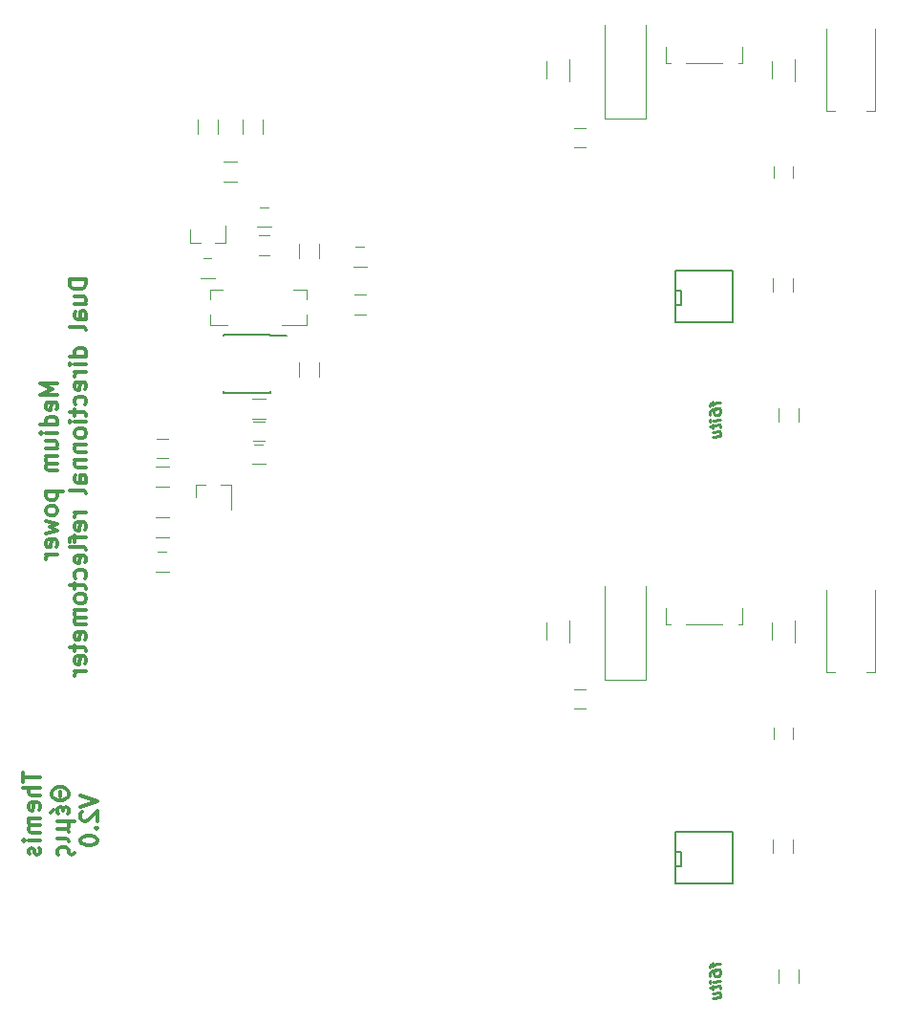
<source format=gbo>
G04 #@! TF.GenerationSoftware,KiCad,Pcbnew,(5.1.5)-3*
G04 #@! TF.CreationDate,2021-12-07T14:22:12+01:00*
G04 #@! TF.ProjectId,dual_ocxo_themis,6475616c-5f6f-4637-986f-5f7468656d69,rev?*
G04 #@! TF.SameCoordinates,Original*
G04 #@! TF.FileFunction,Legend,Bot*
G04 #@! TF.FilePolarity,Positive*
%FSLAX46Y46*%
G04 Gerber Fmt 4.6, Leading zero omitted, Abs format (unit mm)*
G04 Created by KiCad (PCBNEW (5.1.5)-3) date 2021-12-07 14:22:12*
%MOMM*%
%LPD*%
G04 APERTURE LIST*
%ADD10C,0.250000*%
%ADD11C,0.300000*%
%ADD12C,0.120000*%
%ADD13C,0.150000*%
%ADD14C,5.900000*%
%ADD15R,2.000000X2.400000*%
%ADD16R,1.900000X1.650000*%
%ADD17R,1.650000X1.900000*%
%ADD18R,2.900000X4.150000*%
%ADD19R,3.000000X2.400000*%
%ADD20O,3.000000X2.400000*%
%ADD21C,2.398980*%
%ADD22C,2.899360*%
%ADD23C,2.900000*%
%ADD24R,1.700000X1.900000*%
%ADD25C,2.200000*%
%ADD26R,2.400000X3.900000*%
%ADD27R,7.400000X7.400000*%
%ADD28R,0.908000X1.543000*%
%ADD29C,1.840000*%
%ADD30R,2.700000X3.900000*%
%ADD31C,3.400000*%
%ADD32R,4.400000X4.400000*%
%ADD33C,4.000000*%
%ADD34R,5.000000X5.000000*%
%ADD35R,1.900000X1.700000*%
%ADD36C,6.000000*%
%ADD37C,3.700000*%
%ADD38R,1.200000X1.300000*%
%ADD39R,1.300000X1.200000*%
%ADD40R,1.950000X1.000000*%
%ADD41C,0.254000*%
G04 APERTURE END LIST*
D10*
X107785714Y-88332366D02*
X107785714Y-88713318D01*
X108452380Y-88391889D02*
X107595238Y-88499032D01*
X107500000Y-88558556D01*
X107452380Y-88659747D01*
X107452380Y-88754985D01*
X107452380Y-89516889D02*
X107452380Y-89326413D01*
X107500000Y-89225223D01*
X107547619Y-89171651D01*
X107690476Y-89058556D01*
X107880952Y-88987127D01*
X108261904Y-88939508D01*
X108357142Y-88975223D01*
X108404761Y-89016889D01*
X108452380Y-89106175D01*
X108452380Y-89296651D01*
X108404761Y-89397842D01*
X108357142Y-89451413D01*
X108261904Y-89510937D01*
X108023809Y-89540699D01*
X107928571Y-89504985D01*
X107880952Y-89463318D01*
X107833333Y-89374032D01*
X107833333Y-89183556D01*
X107880952Y-89082366D01*
X107928571Y-89028794D01*
X108023809Y-88969270D01*
X108452380Y-89915699D02*
X107785714Y-89999032D01*
X107452380Y-90040699D02*
X107500000Y-89987127D01*
X107547619Y-90028794D01*
X107500000Y-90082366D01*
X107452380Y-90040699D01*
X107547619Y-90028794D01*
X107785714Y-90332366D02*
X107785714Y-90713318D01*
X107452380Y-90516889D02*
X108309523Y-90409747D01*
X108404761Y-90445461D01*
X108452380Y-90534747D01*
X108452380Y-90629985D01*
X107785714Y-91475223D02*
X108452380Y-91391889D01*
X107785714Y-91046651D02*
X108309523Y-90981175D01*
X108404761Y-91016889D01*
X108452380Y-91106175D01*
X108452380Y-91249032D01*
X108404761Y-91350223D01*
X108357142Y-91403794D01*
X107785714Y-138032366D02*
X107785714Y-138413318D01*
X108452380Y-138091889D02*
X107595238Y-138199032D01*
X107500000Y-138258556D01*
X107452380Y-138359747D01*
X107452380Y-138454985D01*
X107452380Y-139216889D02*
X107452380Y-139026413D01*
X107500000Y-138925223D01*
X107547619Y-138871651D01*
X107690476Y-138758556D01*
X107880952Y-138687127D01*
X108261904Y-138639508D01*
X108357142Y-138675223D01*
X108404761Y-138716889D01*
X108452380Y-138806175D01*
X108452380Y-138996651D01*
X108404761Y-139097842D01*
X108357142Y-139151413D01*
X108261904Y-139210937D01*
X108023809Y-139240699D01*
X107928571Y-139204985D01*
X107880952Y-139163318D01*
X107833333Y-139074032D01*
X107833333Y-138883556D01*
X107880952Y-138782366D01*
X107928571Y-138728794D01*
X108023809Y-138669270D01*
X108452380Y-139615699D02*
X107785714Y-139699032D01*
X107452380Y-139740699D02*
X107500000Y-139687127D01*
X107547619Y-139728794D01*
X107500000Y-139782366D01*
X107452380Y-139740699D01*
X107547619Y-139728794D01*
X107785714Y-140032366D02*
X107785714Y-140413318D01*
X107452380Y-140216889D02*
X108309523Y-140109747D01*
X108404761Y-140145461D01*
X108452380Y-140234747D01*
X108452380Y-140329985D01*
X107785714Y-141175223D02*
X108452380Y-141091889D01*
X107785714Y-140746651D02*
X108309523Y-140681175D01*
X108404761Y-140716889D01*
X108452380Y-140806175D01*
X108452380Y-140949032D01*
X108404761Y-141050223D01*
X108357142Y-141103794D01*
D11*
X46628571Y-121214285D02*
X46628571Y-122071428D01*
X48128571Y-121642857D02*
X46628571Y-121642857D01*
X48128571Y-122571428D02*
X46628571Y-122571428D01*
X48128571Y-123214285D02*
X47342857Y-123214285D01*
X47200000Y-123142857D01*
X47128571Y-123000000D01*
X47128571Y-122785714D01*
X47200000Y-122642857D01*
X47271428Y-122571428D01*
X48057142Y-124500000D02*
X48128571Y-124357142D01*
X48128571Y-124071428D01*
X48057142Y-123928571D01*
X47914285Y-123857142D01*
X47342857Y-123857142D01*
X47200000Y-123928571D01*
X47128571Y-124071428D01*
X47128571Y-124357142D01*
X47200000Y-124500000D01*
X47342857Y-124571428D01*
X47485714Y-124571428D01*
X47628571Y-123857142D01*
X48128571Y-125214285D02*
X47128571Y-125214285D01*
X47271428Y-125214285D02*
X47200000Y-125285714D01*
X47128571Y-125428571D01*
X47128571Y-125642857D01*
X47200000Y-125785714D01*
X47342857Y-125857142D01*
X48128571Y-125857142D01*
X47342857Y-125857142D02*
X47200000Y-125928571D01*
X47128571Y-126071428D01*
X47128571Y-126285714D01*
X47200000Y-126428571D01*
X47342857Y-126500000D01*
X48128571Y-126500000D01*
X48128571Y-127214285D02*
X47128571Y-127214285D01*
X46628571Y-127214285D02*
X46700000Y-127142857D01*
X46771428Y-127214285D01*
X46700000Y-127285714D01*
X46628571Y-127214285D01*
X46771428Y-127214285D01*
X48057142Y-127857142D02*
X48128571Y-128000000D01*
X48128571Y-128285714D01*
X48057142Y-128428571D01*
X47914285Y-128500000D01*
X47842857Y-128500000D01*
X47700000Y-128428571D01*
X47628571Y-128285714D01*
X47628571Y-128071428D01*
X47557142Y-127928571D01*
X47414285Y-127857142D01*
X47342857Y-127857142D01*
X47200000Y-127928571D01*
X47128571Y-128071428D01*
X47128571Y-128285714D01*
X47200000Y-128428571D01*
X49892857Y-122857142D02*
X49892857Y-123285714D01*
X49178571Y-122928571D02*
X49178571Y-123214285D01*
X49250000Y-123357142D01*
X49392857Y-123500000D01*
X49535714Y-123571428D01*
X49750000Y-123642857D01*
X50107142Y-123642857D01*
X50321428Y-123571428D01*
X50464285Y-123500000D01*
X50607142Y-123357142D01*
X50678571Y-123214285D01*
X50678571Y-122928571D01*
X50607142Y-122785714D01*
X50464285Y-122642857D01*
X50321428Y-122571428D01*
X50107142Y-122500000D01*
X49750000Y-122500000D01*
X49535714Y-122571428D01*
X49392857Y-122642857D01*
X49250000Y-122785714D01*
X49178571Y-122928571D01*
X50178571Y-124428571D02*
X50250000Y-124285714D01*
X50392857Y-124214285D01*
X50464285Y-124214285D01*
X50607142Y-124285714D01*
X50678571Y-124428571D01*
X50678571Y-124714285D01*
X50607142Y-124857142D01*
X50178571Y-124571428D02*
X50178571Y-124428571D01*
X50107142Y-124285714D01*
X49964285Y-124214285D01*
X49892857Y-124214285D01*
X49750000Y-124285714D01*
X49678571Y-124428571D01*
X49678571Y-124714285D01*
X49750000Y-124857142D01*
X49107142Y-124714285D02*
X49321428Y-124500000D01*
X49678571Y-125500000D02*
X51178571Y-125500000D01*
X50464285Y-126214285D02*
X50607142Y-126285714D01*
X50678571Y-126428571D01*
X50464285Y-125500000D02*
X50607142Y-125571428D01*
X50678571Y-125714285D01*
X50678571Y-126000000D01*
X50607142Y-126142857D01*
X50464285Y-126214285D01*
X49678571Y-126214285D01*
X49678571Y-127071428D02*
X50464285Y-127071428D01*
X50607142Y-127142857D01*
X50678571Y-127285714D01*
X49750000Y-128500000D02*
X49678571Y-128357142D01*
X49678571Y-128071428D01*
X49750000Y-127928571D01*
X49821428Y-127857142D01*
X49964285Y-127785714D01*
X50392857Y-127785714D01*
X50535714Y-127857142D01*
X50607142Y-127928571D01*
X50678571Y-128071428D01*
X50678571Y-128285714D01*
X50750000Y-128428571D01*
X50892857Y-128500000D01*
X50964285Y-128500000D01*
X51107142Y-128428571D01*
X51178571Y-128285714D01*
X51728571Y-123214285D02*
X53228571Y-123714285D01*
X51728571Y-124214285D01*
X51871428Y-124642857D02*
X51800000Y-124714285D01*
X51728571Y-124857142D01*
X51728571Y-125214285D01*
X51800000Y-125357142D01*
X51871428Y-125428571D01*
X52014285Y-125500000D01*
X52157142Y-125500000D01*
X52371428Y-125428571D01*
X53228571Y-124571428D01*
X53228571Y-125500000D01*
X53085714Y-126142857D02*
X53157142Y-126214285D01*
X53228571Y-126142857D01*
X53157142Y-126071428D01*
X53085714Y-126142857D01*
X53228571Y-126142857D01*
X51728571Y-127142857D02*
X51728571Y-127285714D01*
X51800000Y-127428571D01*
X51871428Y-127500000D01*
X52014285Y-127571428D01*
X52300000Y-127642857D01*
X52657142Y-127642857D01*
X52942857Y-127571428D01*
X53085714Y-127500000D01*
X53157142Y-127428571D01*
X53228571Y-127285714D01*
X53228571Y-127142857D01*
X53157142Y-127000000D01*
X53085714Y-126928571D01*
X52942857Y-126857142D01*
X52657142Y-126785714D01*
X52300000Y-126785714D01*
X52014285Y-126857142D01*
X51871428Y-126928571D01*
X51800000Y-127000000D01*
X51728571Y-127142857D01*
X49678571Y-86750000D02*
X48178571Y-86750000D01*
X49250000Y-87250000D01*
X48178571Y-87750000D01*
X49678571Y-87750000D01*
X49607142Y-89035714D02*
X49678571Y-88892857D01*
X49678571Y-88607142D01*
X49607142Y-88464285D01*
X49464285Y-88392857D01*
X48892857Y-88392857D01*
X48750000Y-88464285D01*
X48678571Y-88607142D01*
X48678571Y-88892857D01*
X48750000Y-89035714D01*
X48892857Y-89107142D01*
X49035714Y-89107142D01*
X49178571Y-88392857D01*
X49678571Y-90392857D02*
X48178571Y-90392857D01*
X49607142Y-90392857D02*
X49678571Y-90250000D01*
X49678571Y-89964285D01*
X49607142Y-89821428D01*
X49535714Y-89750000D01*
X49392857Y-89678571D01*
X48964285Y-89678571D01*
X48821428Y-89750000D01*
X48750000Y-89821428D01*
X48678571Y-89964285D01*
X48678571Y-90250000D01*
X48750000Y-90392857D01*
X49678571Y-91107142D02*
X48678571Y-91107142D01*
X48178571Y-91107142D02*
X48250000Y-91035714D01*
X48321428Y-91107142D01*
X48250000Y-91178571D01*
X48178571Y-91107142D01*
X48321428Y-91107142D01*
X48678571Y-92464285D02*
X49678571Y-92464285D01*
X48678571Y-91821428D02*
X49464285Y-91821428D01*
X49607142Y-91892857D01*
X49678571Y-92035714D01*
X49678571Y-92250000D01*
X49607142Y-92392857D01*
X49535714Y-92464285D01*
X49678571Y-93178571D02*
X48678571Y-93178571D01*
X48821428Y-93178571D02*
X48750000Y-93250000D01*
X48678571Y-93392857D01*
X48678571Y-93607142D01*
X48750000Y-93750000D01*
X48892857Y-93821428D01*
X49678571Y-93821428D01*
X48892857Y-93821428D02*
X48750000Y-93892857D01*
X48678571Y-94035714D01*
X48678571Y-94250000D01*
X48750000Y-94392857D01*
X48892857Y-94464285D01*
X49678571Y-94464285D01*
X48678571Y-96321428D02*
X50178571Y-96321428D01*
X48750000Y-96321428D02*
X48678571Y-96464285D01*
X48678571Y-96750000D01*
X48750000Y-96892857D01*
X48821428Y-96964285D01*
X48964285Y-97035714D01*
X49392857Y-97035714D01*
X49535714Y-96964285D01*
X49607142Y-96892857D01*
X49678571Y-96750000D01*
X49678571Y-96464285D01*
X49607142Y-96321428D01*
X49678571Y-97892857D02*
X49607142Y-97750000D01*
X49535714Y-97678571D01*
X49392857Y-97607142D01*
X48964285Y-97607142D01*
X48821428Y-97678571D01*
X48750000Y-97750000D01*
X48678571Y-97892857D01*
X48678571Y-98107142D01*
X48750000Y-98250000D01*
X48821428Y-98321428D01*
X48964285Y-98392857D01*
X49392857Y-98392857D01*
X49535714Y-98321428D01*
X49607142Y-98250000D01*
X49678571Y-98107142D01*
X49678571Y-97892857D01*
X48678571Y-98892857D02*
X49678571Y-99178571D01*
X48964285Y-99464285D01*
X49678571Y-99750000D01*
X48678571Y-100035714D01*
X49607142Y-101178571D02*
X49678571Y-101035714D01*
X49678571Y-100750000D01*
X49607142Y-100607142D01*
X49464285Y-100535714D01*
X48892857Y-100535714D01*
X48750000Y-100607142D01*
X48678571Y-100750000D01*
X48678571Y-101035714D01*
X48750000Y-101178571D01*
X48892857Y-101250000D01*
X49035714Y-101250000D01*
X49178571Y-100535714D01*
X49678571Y-101892857D02*
X48678571Y-101892857D01*
X48964285Y-101892857D02*
X48821428Y-101964285D01*
X48750000Y-102035714D01*
X48678571Y-102178571D01*
X48678571Y-102321428D01*
X52228571Y-77535714D02*
X50728571Y-77535714D01*
X50728571Y-77892857D01*
X50800000Y-78107142D01*
X50942857Y-78250000D01*
X51085714Y-78321428D01*
X51371428Y-78392857D01*
X51585714Y-78392857D01*
X51871428Y-78321428D01*
X52014285Y-78250000D01*
X52157142Y-78107142D01*
X52228571Y-77892857D01*
X52228571Y-77535714D01*
X51228571Y-79678571D02*
X52228571Y-79678571D01*
X51228571Y-79035714D02*
X52014285Y-79035714D01*
X52157142Y-79107142D01*
X52228571Y-79250000D01*
X52228571Y-79464285D01*
X52157142Y-79607142D01*
X52085714Y-79678571D01*
X52228571Y-81035714D02*
X51442857Y-81035714D01*
X51300000Y-80964285D01*
X51228571Y-80821428D01*
X51228571Y-80535714D01*
X51300000Y-80392857D01*
X52157142Y-81035714D02*
X52228571Y-80892857D01*
X52228571Y-80535714D01*
X52157142Y-80392857D01*
X52014285Y-80321428D01*
X51871428Y-80321428D01*
X51728571Y-80392857D01*
X51657142Y-80535714D01*
X51657142Y-80892857D01*
X51585714Y-81035714D01*
X52228571Y-81964285D02*
X52157142Y-81821428D01*
X52014285Y-81750000D01*
X50728571Y-81750000D01*
X52228571Y-84321428D02*
X50728571Y-84321428D01*
X52157142Y-84321428D02*
X52228571Y-84178571D01*
X52228571Y-83892857D01*
X52157142Y-83750000D01*
X52085714Y-83678571D01*
X51942857Y-83607142D01*
X51514285Y-83607142D01*
X51371428Y-83678571D01*
X51300000Y-83750000D01*
X51228571Y-83892857D01*
X51228571Y-84178571D01*
X51300000Y-84321428D01*
X52228571Y-85035714D02*
X51228571Y-85035714D01*
X50728571Y-85035714D02*
X50800000Y-84964285D01*
X50871428Y-85035714D01*
X50800000Y-85107142D01*
X50728571Y-85035714D01*
X50871428Y-85035714D01*
X52228571Y-85750000D02*
X51228571Y-85750000D01*
X51514285Y-85750000D02*
X51371428Y-85821428D01*
X51300000Y-85892857D01*
X51228571Y-86035714D01*
X51228571Y-86178571D01*
X52157142Y-87250000D02*
X52228571Y-87107142D01*
X52228571Y-86821428D01*
X52157142Y-86678571D01*
X52014285Y-86607142D01*
X51442857Y-86607142D01*
X51300000Y-86678571D01*
X51228571Y-86821428D01*
X51228571Y-87107142D01*
X51300000Y-87250000D01*
X51442857Y-87321428D01*
X51585714Y-87321428D01*
X51728571Y-86607142D01*
X52157142Y-88607142D02*
X52228571Y-88464285D01*
X52228571Y-88178571D01*
X52157142Y-88035714D01*
X52085714Y-87964285D01*
X51942857Y-87892857D01*
X51514285Y-87892857D01*
X51371428Y-87964285D01*
X51300000Y-88035714D01*
X51228571Y-88178571D01*
X51228571Y-88464285D01*
X51300000Y-88607142D01*
X51228571Y-89035714D02*
X51228571Y-89607142D01*
X50728571Y-89250000D02*
X52014285Y-89250000D01*
X52157142Y-89321428D01*
X52228571Y-89464285D01*
X52228571Y-89607142D01*
X52228571Y-90107142D02*
X51228571Y-90107142D01*
X50728571Y-90107142D02*
X50800000Y-90035714D01*
X50871428Y-90107142D01*
X50800000Y-90178571D01*
X50728571Y-90107142D01*
X50871428Y-90107142D01*
X52228571Y-91035714D02*
X52157142Y-90892857D01*
X52085714Y-90821428D01*
X51942857Y-90750000D01*
X51514285Y-90750000D01*
X51371428Y-90821428D01*
X51300000Y-90892857D01*
X51228571Y-91035714D01*
X51228571Y-91250000D01*
X51300000Y-91392857D01*
X51371428Y-91464285D01*
X51514285Y-91535714D01*
X51942857Y-91535714D01*
X52085714Y-91464285D01*
X52157142Y-91392857D01*
X52228571Y-91250000D01*
X52228571Y-91035714D01*
X51228571Y-92178571D02*
X52228571Y-92178571D01*
X51371428Y-92178571D02*
X51300000Y-92250000D01*
X51228571Y-92392857D01*
X51228571Y-92607142D01*
X51300000Y-92750000D01*
X51442857Y-92821428D01*
X52228571Y-92821428D01*
X51228571Y-93535714D02*
X52228571Y-93535714D01*
X51371428Y-93535714D02*
X51300000Y-93607142D01*
X51228571Y-93750000D01*
X51228571Y-93964285D01*
X51300000Y-94107142D01*
X51442857Y-94178571D01*
X52228571Y-94178571D01*
X52228571Y-95535714D02*
X51442857Y-95535714D01*
X51300000Y-95464285D01*
X51228571Y-95321428D01*
X51228571Y-95035714D01*
X51300000Y-94892857D01*
X52157142Y-95535714D02*
X52228571Y-95392857D01*
X52228571Y-95035714D01*
X52157142Y-94892857D01*
X52014285Y-94821428D01*
X51871428Y-94821428D01*
X51728571Y-94892857D01*
X51657142Y-95035714D01*
X51657142Y-95392857D01*
X51585714Y-95535714D01*
X52228571Y-96464285D02*
X52157142Y-96321428D01*
X52014285Y-96250000D01*
X50728571Y-96250000D01*
X52228571Y-98178571D02*
X51228571Y-98178571D01*
X51514285Y-98178571D02*
X51371428Y-98250000D01*
X51300000Y-98321428D01*
X51228571Y-98464285D01*
X51228571Y-98607142D01*
X52157142Y-99678571D02*
X52228571Y-99535714D01*
X52228571Y-99250000D01*
X52157142Y-99107142D01*
X52014285Y-99035714D01*
X51442857Y-99035714D01*
X51300000Y-99107142D01*
X51228571Y-99250000D01*
X51228571Y-99535714D01*
X51300000Y-99678571D01*
X51442857Y-99750000D01*
X51585714Y-99750000D01*
X51728571Y-99035714D01*
X51228571Y-100178571D02*
X51228571Y-100750000D01*
X52228571Y-100392857D02*
X50942857Y-100392857D01*
X50800000Y-100464285D01*
X50728571Y-100607142D01*
X50728571Y-100750000D01*
X52228571Y-101464285D02*
X52157142Y-101321428D01*
X52014285Y-101250000D01*
X50728571Y-101250000D01*
X52157142Y-102607142D02*
X52228571Y-102464285D01*
X52228571Y-102178571D01*
X52157142Y-102035714D01*
X52014285Y-101964285D01*
X51442857Y-101964285D01*
X51300000Y-102035714D01*
X51228571Y-102178571D01*
X51228571Y-102464285D01*
X51300000Y-102607142D01*
X51442857Y-102678571D01*
X51585714Y-102678571D01*
X51728571Y-101964285D01*
X52157142Y-103964285D02*
X52228571Y-103821428D01*
X52228571Y-103535714D01*
X52157142Y-103392857D01*
X52085714Y-103321428D01*
X51942857Y-103250000D01*
X51514285Y-103250000D01*
X51371428Y-103321428D01*
X51300000Y-103392857D01*
X51228571Y-103535714D01*
X51228571Y-103821428D01*
X51300000Y-103964285D01*
X51228571Y-104392857D02*
X51228571Y-104964285D01*
X50728571Y-104607142D02*
X52014285Y-104607142D01*
X52157142Y-104678571D01*
X52228571Y-104821428D01*
X52228571Y-104964285D01*
X52228571Y-105678571D02*
X52157142Y-105535714D01*
X52085714Y-105464285D01*
X51942857Y-105392857D01*
X51514285Y-105392857D01*
X51371428Y-105464285D01*
X51300000Y-105535714D01*
X51228571Y-105678571D01*
X51228571Y-105892857D01*
X51300000Y-106035714D01*
X51371428Y-106107142D01*
X51514285Y-106178571D01*
X51942857Y-106178571D01*
X52085714Y-106107142D01*
X52157142Y-106035714D01*
X52228571Y-105892857D01*
X52228571Y-105678571D01*
X52228571Y-106821428D02*
X51228571Y-106821428D01*
X51371428Y-106821428D02*
X51300000Y-106892857D01*
X51228571Y-107035714D01*
X51228571Y-107250000D01*
X51300000Y-107392857D01*
X51442857Y-107464285D01*
X52228571Y-107464285D01*
X51442857Y-107464285D02*
X51300000Y-107535714D01*
X51228571Y-107678571D01*
X51228571Y-107892857D01*
X51300000Y-108035714D01*
X51442857Y-108107142D01*
X52228571Y-108107142D01*
X52157142Y-109392857D02*
X52228571Y-109250000D01*
X52228571Y-108964285D01*
X52157142Y-108821428D01*
X52014285Y-108750000D01*
X51442857Y-108750000D01*
X51300000Y-108821428D01*
X51228571Y-108964285D01*
X51228571Y-109250000D01*
X51300000Y-109392857D01*
X51442857Y-109464285D01*
X51585714Y-109464285D01*
X51728571Y-108750000D01*
X51228571Y-109892857D02*
X51228571Y-110464285D01*
X50728571Y-110107142D02*
X52014285Y-110107142D01*
X52157142Y-110178571D01*
X52228571Y-110321428D01*
X52228571Y-110464285D01*
X52157142Y-111535714D02*
X52228571Y-111392857D01*
X52228571Y-111107142D01*
X52157142Y-110964285D01*
X52014285Y-110892857D01*
X51442857Y-110892857D01*
X51300000Y-110964285D01*
X51228571Y-111107142D01*
X51228571Y-111392857D01*
X51300000Y-111535714D01*
X51442857Y-111607142D01*
X51585714Y-111607142D01*
X51728571Y-110892857D01*
X52228571Y-112250000D02*
X51228571Y-112250000D01*
X51514285Y-112250000D02*
X51371428Y-112321428D01*
X51300000Y-112392857D01*
X51228571Y-112535714D01*
X51228571Y-112678571D01*
D12*
X115020000Y-58000000D02*
X115020000Y-60000000D01*
X112980000Y-60000000D02*
X112980000Y-58000000D01*
X95500000Y-64150000D02*
X96500000Y-64150000D01*
X96500000Y-65850000D02*
X95500000Y-65850000D01*
X95020000Y-58000000D02*
X95020000Y-60000000D01*
X92980000Y-60000000D02*
X92980000Y-58000000D01*
X114850000Y-67500000D02*
X114850000Y-68500000D01*
X113150000Y-68500000D02*
X113150000Y-67500000D01*
X101850000Y-63300000D02*
X101850000Y-55000000D01*
X98150000Y-63300000D02*
X98150000Y-55000000D01*
X101850000Y-63300000D02*
X98150000Y-63300000D01*
X113120000Y-77400000D02*
X113120000Y-78600000D01*
X114880000Y-78600000D02*
X114880000Y-77400000D01*
X113620000Y-88900000D02*
X113620000Y-90100000D01*
X115380000Y-90100000D02*
X115380000Y-88900000D01*
X110040000Y-58400000D02*
X110390000Y-58400000D01*
X110390000Y-58400000D02*
X110390000Y-56900000D01*
X105390000Y-58400000D02*
X108590000Y-58400000D01*
X103590000Y-56900000D02*
X103590000Y-58400000D01*
X103590000Y-58400000D02*
X103990000Y-58400000D01*
D13*
X104460000Y-81286000D02*
X109540000Y-81286000D01*
X109540000Y-81286000D02*
X109540000Y-76714000D01*
X109540000Y-76714000D02*
X104460000Y-76714000D01*
X104460000Y-76714000D02*
X104460000Y-81286000D01*
X104460000Y-79762000D02*
X104968000Y-79762000D01*
X104968000Y-79762000D02*
X104968000Y-78492000D01*
X104968000Y-78492000D02*
X104460000Y-78492000D01*
D12*
X122150000Y-62600000D02*
X117850000Y-62600000D01*
X117850000Y-62600000D02*
X117850000Y-55300000D01*
X122150000Y-62600000D02*
X122150000Y-55300000D01*
X115020000Y-107700000D02*
X115020000Y-109700000D01*
X112980000Y-109700000D02*
X112980000Y-107700000D01*
X95500000Y-113850000D02*
X96500000Y-113850000D01*
X96500000Y-115550000D02*
X95500000Y-115550000D01*
X95020000Y-107700000D02*
X95020000Y-109700000D01*
X92980000Y-109700000D02*
X92980000Y-107700000D01*
X114850000Y-117200000D02*
X114850000Y-118200000D01*
X113150000Y-118200000D02*
X113150000Y-117200000D01*
X101850000Y-113000000D02*
X101850000Y-104700000D01*
X98150000Y-113000000D02*
X98150000Y-104700000D01*
X101850000Y-113000000D02*
X98150000Y-113000000D01*
X113120000Y-127100000D02*
X113120000Y-128300000D01*
X114880000Y-128300000D02*
X114880000Y-127100000D01*
X113620000Y-138600000D02*
X113620000Y-139800000D01*
X115380000Y-139800000D02*
X115380000Y-138600000D01*
X110040000Y-108100000D02*
X110390000Y-108100000D01*
X110390000Y-108100000D02*
X110390000Y-106600000D01*
X105390000Y-108100000D02*
X108590000Y-108100000D01*
X103590000Y-106600000D02*
X103590000Y-108100000D01*
X103590000Y-108100000D02*
X103990000Y-108100000D01*
D13*
X104460000Y-130986000D02*
X109540000Y-130986000D01*
X109540000Y-130986000D02*
X109540000Y-126414000D01*
X109540000Y-126414000D02*
X104460000Y-126414000D01*
X104460000Y-126414000D02*
X104460000Y-130986000D01*
X104460000Y-129462000D02*
X104968000Y-129462000D01*
X104968000Y-129462000D02*
X104968000Y-128192000D01*
X104968000Y-128192000D02*
X104460000Y-128192000D01*
D12*
X122150000Y-112300000D02*
X117850000Y-112300000D01*
X117850000Y-112300000D02*
X117850000Y-105000000D01*
X122150000Y-112300000D02*
X122150000Y-105000000D01*
X76000000Y-78900000D02*
X77000000Y-78900000D01*
X77000000Y-80600000D02*
X76000000Y-80600000D01*
X68500000Y-75350000D02*
X67500000Y-75350000D01*
X67500000Y-73650000D02*
X68500000Y-73650000D01*
X58500000Y-91650000D02*
X59500000Y-91650000D01*
X59500000Y-93350000D02*
X58500000Y-93350000D01*
X68000000Y-91850000D02*
X67000000Y-91850000D01*
X67000000Y-90150000D02*
X68000000Y-90150000D01*
X66120000Y-63400000D02*
X66120000Y-64600000D01*
X67880000Y-64600000D02*
X67880000Y-63400000D01*
X65600000Y-67120000D02*
X64400000Y-67120000D01*
X64400000Y-68880000D02*
X65600000Y-68880000D01*
X62120000Y-63400000D02*
X62120000Y-64600000D01*
X63880000Y-64600000D02*
X63880000Y-63400000D01*
X72880000Y-75600000D02*
X72880000Y-74400000D01*
X71120000Y-74400000D02*
X71120000Y-75600000D01*
X77100000Y-74620000D02*
X75900000Y-74620000D01*
X75900000Y-76380000D02*
X77100000Y-76380000D01*
X72880000Y-86100000D02*
X72880000Y-84900000D01*
X71120000Y-84900000D02*
X71120000Y-86100000D01*
X68600000Y-71120000D02*
X67400000Y-71120000D01*
X67400000Y-72880000D02*
X68600000Y-72880000D01*
X58400000Y-95880000D02*
X59600000Y-95880000D01*
X59600000Y-94120000D02*
X58400000Y-94120000D01*
X58400000Y-103380000D02*
X59600000Y-103380000D01*
X59600000Y-101620000D02*
X58400000Y-101620000D01*
X58400000Y-100380000D02*
X59600000Y-100380000D01*
X59600000Y-98620000D02*
X58400000Y-98620000D01*
X62400000Y-77380000D02*
X63600000Y-77380000D01*
X63600000Y-75620000D02*
X62400000Y-75620000D01*
X66900000Y-93880000D02*
X68100000Y-93880000D01*
X68100000Y-92120000D02*
X66900000Y-92120000D01*
X66900000Y-89880000D02*
X68100000Y-89880000D01*
X68100000Y-88120000D02*
X66900000Y-88120000D01*
X64580000Y-74260000D02*
X63650000Y-74260000D01*
X61420000Y-74260000D02*
X62350000Y-74260000D01*
X61420000Y-74260000D02*
X61420000Y-72100000D01*
X64580000Y-74260000D02*
X64580000Y-72800000D01*
X71760000Y-78420000D02*
X71760000Y-79350000D01*
X71760000Y-81580000D02*
X71760000Y-80650000D01*
X71760000Y-81580000D02*
X69600000Y-81580000D01*
X71760000Y-78420000D02*
X70300000Y-78420000D01*
X61920000Y-95740000D02*
X62850000Y-95740000D01*
X65080000Y-95740000D02*
X64150000Y-95740000D01*
X65080000Y-95740000D02*
X65080000Y-97900000D01*
X61920000Y-95740000D02*
X61920000Y-97200000D01*
X63240000Y-81580000D02*
X63240000Y-80650000D01*
X63240000Y-78420000D02*
X63240000Y-79350000D01*
X63240000Y-78420000D02*
X65400000Y-78420000D01*
X63240000Y-81580000D02*
X64700000Y-81580000D01*
D13*
X68575000Y-82425000D02*
X68575000Y-82475000D01*
X64425000Y-82425000D02*
X64425000Y-82570000D01*
X64425000Y-87575000D02*
X64425000Y-87430000D01*
X68575000Y-87575000D02*
X68575000Y-87430000D01*
X68575000Y-82425000D02*
X64425000Y-82425000D01*
X68575000Y-87575000D02*
X64425000Y-87575000D01*
X68575000Y-82475000D02*
X69975000Y-82475000D01*
%LPC*%
D14*
X126000000Y-91000000D03*
X84000000Y-49000000D03*
D15*
X114000000Y-61000000D03*
X114000000Y-57000000D03*
D16*
X97250000Y-65000000D03*
X94750000Y-65000000D03*
D15*
X94000000Y-61000000D03*
X94000000Y-57000000D03*
D17*
X114000000Y-69250000D03*
X114000000Y-66750000D03*
D18*
X100000000Y-61125000D03*
X100000000Y-54875000D03*
D19*
X125250000Y-70500000D03*
D20*
X125250000Y-67960000D03*
D14*
X126000000Y-49000000D03*
D21*
X100000000Y-90000000D03*
D22*
X102540000Y-87460000D03*
X102540000Y-92540000D03*
X97460000Y-92540000D03*
X97460000Y-87460000D03*
D14*
X84000000Y-91000000D03*
D23*
X97475000Y-50475000D03*
X116525000Y-50475000D03*
X116525000Y-69525000D03*
X97475000Y-69525000D03*
X107000000Y-69525000D03*
D24*
X114000000Y-79350000D03*
X114000000Y-76650000D03*
X114500000Y-90850000D03*
X114500000Y-88150000D03*
D25*
X117000000Y-78000000D03*
X114460000Y-85620000D03*
X117000000Y-90700000D03*
D26*
X109290000Y-60700000D03*
X104710000Y-60700000D03*
D27*
X106990000Y-53300000D03*
D28*
X105095000Y-82175000D03*
X106365000Y-82175000D03*
X107635000Y-82175000D03*
X108905000Y-82175000D03*
X108905000Y-75825000D03*
X107635000Y-75825000D03*
X106365000Y-75825000D03*
X105095000Y-75825000D03*
D29*
X117000000Y-83000000D03*
X119540000Y-85540000D03*
X117000000Y-88080000D03*
X117000000Y-88100000D03*
X117000000Y-85460000D03*
X117000000Y-83000000D03*
D30*
X120000000Y-60700000D03*
X120000000Y-55300000D03*
D14*
X126000000Y-140700000D03*
X84000000Y-98700000D03*
D15*
X114000000Y-110700000D03*
X114000000Y-106700000D03*
D16*
X97250000Y-114700000D03*
X94750000Y-114700000D03*
D15*
X94000000Y-110700000D03*
X94000000Y-106700000D03*
D17*
X114000000Y-118950000D03*
X114000000Y-116450000D03*
D18*
X100000000Y-110825000D03*
X100000000Y-104575000D03*
D19*
X125250000Y-120200000D03*
D20*
X125250000Y-117660000D03*
D14*
X126000000Y-98700000D03*
D21*
X100000000Y-139700000D03*
D22*
X102540000Y-137160000D03*
X102540000Y-142240000D03*
X97460000Y-142240000D03*
X97460000Y-137160000D03*
D14*
X84000000Y-140700000D03*
D23*
X97475000Y-100175000D03*
X116525000Y-100175000D03*
X116525000Y-119225000D03*
X97475000Y-119225000D03*
X107000000Y-119225000D03*
D24*
X114000000Y-129050000D03*
X114000000Y-126350000D03*
X114500000Y-140550000D03*
X114500000Y-137850000D03*
D25*
X117000000Y-127700000D03*
X114460000Y-135320000D03*
X117000000Y-140400000D03*
D26*
X109290000Y-110400000D03*
X104710000Y-110400000D03*
D27*
X106990000Y-103000000D03*
D28*
X105095000Y-131875000D03*
X106365000Y-131875000D03*
X107635000Y-131875000D03*
X108905000Y-131875000D03*
X108905000Y-125525000D03*
X107635000Y-125525000D03*
X106365000Y-125525000D03*
X105095000Y-125525000D03*
D29*
X117000000Y-132700000D03*
X119540000Y-135240000D03*
X117000000Y-137780000D03*
X117000000Y-137800000D03*
X117000000Y-135160000D03*
X117000000Y-132700000D03*
D30*
X120000000Y-110400000D03*
X120000000Y-105000000D03*
D31*
X37000000Y-59000000D03*
D32*
X58800000Y-74000000D03*
D33*
X38570000Y-99095000D03*
D34*
X63500000Y-101000000D03*
X59000000Y-88000000D03*
D21*
X50000000Y-140500000D03*
D22*
X47460000Y-137960000D03*
X52540000Y-137960000D03*
X52540000Y-143040000D03*
X47460000Y-143040000D03*
D16*
X77750000Y-79750000D03*
X75250000Y-79750000D03*
X66750000Y-74500000D03*
X69250000Y-74500000D03*
X60250000Y-92500000D03*
X57750000Y-92500000D03*
X66250000Y-91000000D03*
X68750000Y-91000000D03*
D19*
X75500000Y-91960000D03*
D20*
X75500000Y-94500000D03*
X75500000Y-97040000D03*
X75500000Y-99580000D03*
X75500000Y-102120000D03*
D24*
X67000000Y-65350000D03*
X67000000Y-62650000D03*
D35*
X63650000Y-68000000D03*
X66350000Y-68000000D03*
D24*
X63000000Y-65350000D03*
X63000000Y-62650000D03*
X72000000Y-73650000D03*
X72000000Y-76350000D03*
D35*
X75150000Y-75500000D03*
X77850000Y-75500000D03*
D24*
X72000000Y-84150000D03*
X72000000Y-86850000D03*
D35*
X66650000Y-72000000D03*
X69350000Y-72000000D03*
X60350000Y-95000000D03*
X57650000Y-95000000D03*
X60350000Y-102500000D03*
X57650000Y-102500000D03*
X60350000Y-99500000D03*
X57650000Y-99500000D03*
X64350000Y-76500000D03*
X61650000Y-76500000D03*
X68850000Y-93000000D03*
X66150000Y-93000000D03*
X68850000Y-89000000D03*
X66150000Y-89000000D03*
D36*
X75000000Y-140000000D03*
X75000000Y-50000000D03*
X35000000Y-140000000D03*
X35000000Y-50000000D03*
D37*
X41000000Y-94500000D03*
X57000000Y-108500000D03*
D38*
X62050000Y-72500000D03*
X63950000Y-72500000D03*
X63000000Y-74500000D03*
D39*
X70000000Y-80950000D03*
X70000000Y-79050000D03*
X72000000Y-80000000D03*
D38*
X64450000Y-97500000D03*
X62550000Y-97500000D03*
X63500000Y-95500000D03*
D39*
X65000000Y-79050000D03*
X65000000Y-80950000D03*
X63000000Y-80000000D03*
D21*
X50000000Y-49500000D03*
D22*
X47460000Y-46960000D03*
X52540000Y-46960000D03*
X52540000Y-52040000D03*
X47460000Y-52040000D03*
D21*
X75500000Y-68000000D03*
D22*
X78040000Y-65460000D03*
X78040000Y-70540000D03*
X72960000Y-70540000D03*
X72960000Y-65460000D03*
D40*
X69200000Y-83095000D03*
X69200000Y-84365000D03*
X69200000Y-85635000D03*
X69200000Y-86905000D03*
X63800000Y-86905000D03*
X63800000Y-85635000D03*
X63800000Y-84365000D03*
X63800000Y-83095000D03*
D41*
G36*
X129873000Y-94873000D02*
G01*
X80127000Y-94873000D01*
X80127000Y-47500000D01*
X82373000Y-47500000D01*
X82373000Y-92500000D01*
X82375440Y-92524776D01*
X82382667Y-92548601D01*
X82394403Y-92570557D01*
X82410197Y-92589803D01*
X82429443Y-92605597D01*
X82451399Y-92617333D01*
X82475224Y-92624560D01*
X82500000Y-92627000D01*
X127500000Y-92627000D01*
X127524776Y-92624560D01*
X127548601Y-92617333D01*
X127570557Y-92605597D01*
X127589803Y-92589803D01*
X127605597Y-92570557D01*
X127617333Y-92548601D01*
X127624560Y-92524776D01*
X127627000Y-92500000D01*
X127627000Y-47500000D01*
X127624560Y-47475224D01*
X127617333Y-47451399D01*
X127605597Y-47429443D01*
X127589803Y-47410197D01*
X127570557Y-47394403D01*
X127548601Y-47382667D01*
X127524776Y-47375440D01*
X127500000Y-47373000D01*
X82500000Y-47373000D01*
X82475224Y-47375440D01*
X82451399Y-47382667D01*
X82429443Y-47394403D01*
X82410197Y-47410197D01*
X82394403Y-47429443D01*
X82382667Y-47451399D01*
X82375440Y-47475224D01*
X82373000Y-47500000D01*
X80127000Y-47500000D01*
X80127000Y-45127000D01*
X129873000Y-45127000D01*
X129873000Y-94873000D01*
G37*
X129873000Y-94873000D02*
X80127000Y-94873000D01*
X80127000Y-47500000D01*
X82373000Y-47500000D01*
X82373000Y-92500000D01*
X82375440Y-92524776D01*
X82382667Y-92548601D01*
X82394403Y-92570557D01*
X82410197Y-92589803D01*
X82429443Y-92605597D01*
X82451399Y-92617333D01*
X82475224Y-92624560D01*
X82500000Y-92627000D01*
X127500000Y-92627000D01*
X127524776Y-92624560D01*
X127548601Y-92617333D01*
X127570557Y-92605597D01*
X127589803Y-92589803D01*
X127605597Y-92570557D01*
X127617333Y-92548601D01*
X127624560Y-92524776D01*
X127627000Y-92500000D01*
X127627000Y-47500000D01*
X127624560Y-47475224D01*
X127617333Y-47451399D01*
X127605597Y-47429443D01*
X127589803Y-47410197D01*
X127570557Y-47394403D01*
X127548601Y-47382667D01*
X127524776Y-47375440D01*
X127500000Y-47373000D01*
X82500000Y-47373000D01*
X82475224Y-47375440D01*
X82451399Y-47382667D01*
X82429443Y-47394403D01*
X82410197Y-47410197D01*
X82394403Y-47429443D01*
X82382667Y-47451399D01*
X82375440Y-47475224D01*
X82373000Y-47500000D01*
X80127000Y-47500000D01*
X80127000Y-45127000D01*
X129873000Y-45127000D01*
X129873000Y-94873000D01*
G36*
X129873000Y-144573000D02*
G01*
X80127000Y-144573000D01*
X80127000Y-97200000D01*
X82373000Y-97200000D01*
X82373000Y-142200000D01*
X82375440Y-142224776D01*
X82382667Y-142248601D01*
X82394403Y-142270557D01*
X82410197Y-142289803D01*
X82429443Y-142305597D01*
X82451399Y-142317333D01*
X82475224Y-142324560D01*
X82500000Y-142327000D01*
X127500000Y-142327000D01*
X127524776Y-142324560D01*
X127548601Y-142317333D01*
X127570557Y-142305597D01*
X127589803Y-142289803D01*
X127605597Y-142270557D01*
X127617333Y-142248601D01*
X127624560Y-142224776D01*
X127627000Y-142200000D01*
X127627000Y-97200000D01*
X127624560Y-97175224D01*
X127617333Y-97151399D01*
X127605597Y-97129443D01*
X127589803Y-97110197D01*
X127570557Y-97094403D01*
X127548601Y-97082667D01*
X127524776Y-97075440D01*
X127500000Y-97073000D01*
X82500000Y-97073000D01*
X82475224Y-97075440D01*
X82451399Y-97082667D01*
X82429443Y-97094403D01*
X82410197Y-97110197D01*
X82394403Y-97129443D01*
X82382667Y-97151399D01*
X82375440Y-97175224D01*
X82373000Y-97200000D01*
X80127000Y-97200000D01*
X80127000Y-94827000D01*
X129873000Y-94827000D01*
X129873000Y-144573000D01*
G37*
X129873000Y-144573000D02*
X80127000Y-144573000D01*
X80127000Y-97200000D01*
X82373000Y-97200000D01*
X82373000Y-142200000D01*
X82375440Y-142224776D01*
X82382667Y-142248601D01*
X82394403Y-142270557D01*
X82410197Y-142289803D01*
X82429443Y-142305597D01*
X82451399Y-142317333D01*
X82475224Y-142324560D01*
X82500000Y-142327000D01*
X127500000Y-142327000D01*
X127524776Y-142324560D01*
X127548601Y-142317333D01*
X127570557Y-142305597D01*
X127589803Y-142289803D01*
X127605597Y-142270557D01*
X127617333Y-142248601D01*
X127624560Y-142224776D01*
X127627000Y-142200000D01*
X127627000Y-97200000D01*
X127624560Y-97175224D01*
X127617333Y-97151399D01*
X127605597Y-97129443D01*
X127589803Y-97110197D01*
X127570557Y-97094403D01*
X127548601Y-97082667D01*
X127524776Y-97075440D01*
X127500000Y-97073000D01*
X82500000Y-97073000D01*
X82475224Y-97075440D01*
X82451399Y-97082667D01*
X82429443Y-97094403D01*
X82410197Y-97110197D01*
X82394403Y-97129443D01*
X82382667Y-97151399D01*
X82375440Y-97175224D01*
X82373000Y-97200000D01*
X80127000Y-97200000D01*
X80127000Y-94827000D01*
X129873000Y-94827000D01*
X129873000Y-144573000D01*
G36*
X79873000Y-144873000D02*
G01*
X30127000Y-144873000D01*
X30127000Y-47500000D01*
X32373000Y-47500000D01*
X32373000Y-142500000D01*
X32375440Y-142524776D01*
X32382667Y-142548601D01*
X32394403Y-142570557D01*
X32410197Y-142589803D01*
X32429443Y-142605597D01*
X32451399Y-142617333D01*
X32475224Y-142624560D01*
X32500000Y-142627000D01*
X77500000Y-142627000D01*
X77524776Y-142624560D01*
X77548601Y-142617333D01*
X77570557Y-142605597D01*
X77589803Y-142589803D01*
X77605597Y-142570557D01*
X77617333Y-142548601D01*
X77624560Y-142524776D01*
X77627000Y-142500000D01*
X77627000Y-47500000D01*
X77624560Y-47475224D01*
X77617333Y-47451399D01*
X77605597Y-47429443D01*
X77589803Y-47410197D01*
X77570557Y-47394403D01*
X77548601Y-47382667D01*
X77524776Y-47375440D01*
X77500000Y-47373000D01*
X32500000Y-47373000D01*
X32475224Y-47375440D01*
X32451399Y-47382667D01*
X32429443Y-47394403D01*
X32410197Y-47410197D01*
X32394403Y-47429443D01*
X32382667Y-47451399D01*
X32375440Y-47475224D01*
X32373000Y-47500000D01*
X30127000Y-47500000D01*
X30127000Y-45127000D01*
X79873000Y-45127000D01*
X79873000Y-144873000D01*
G37*
X79873000Y-144873000D02*
X30127000Y-144873000D01*
X30127000Y-47500000D01*
X32373000Y-47500000D01*
X32373000Y-142500000D01*
X32375440Y-142524776D01*
X32382667Y-142548601D01*
X32394403Y-142570557D01*
X32410197Y-142589803D01*
X32429443Y-142605597D01*
X32451399Y-142617333D01*
X32475224Y-142624560D01*
X32500000Y-142627000D01*
X77500000Y-142627000D01*
X77524776Y-142624560D01*
X77548601Y-142617333D01*
X77570557Y-142605597D01*
X77589803Y-142589803D01*
X77605597Y-142570557D01*
X77617333Y-142548601D01*
X77624560Y-142524776D01*
X77627000Y-142500000D01*
X77627000Y-47500000D01*
X77624560Y-47475224D01*
X77617333Y-47451399D01*
X77605597Y-47429443D01*
X77589803Y-47410197D01*
X77570557Y-47394403D01*
X77548601Y-47382667D01*
X77524776Y-47375440D01*
X77500000Y-47373000D01*
X32500000Y-47373000D01*
X32475224Y-47375440D01*
X32451399Y-47382667D01*
X32429443Y-47394403D01*
X32410197Y-47410197D01*
X32394403Y-47429443D01*
X32382667Y-47451399D01*
X32375440Y-47475224D01*
X32373000Y-47500000D01*
X30127000Y-47500000D01*
X30127000Y-45127000D01*
X79873000Y-45127000D01*
X79873000Y-144873000D01*
M02*

</source>
